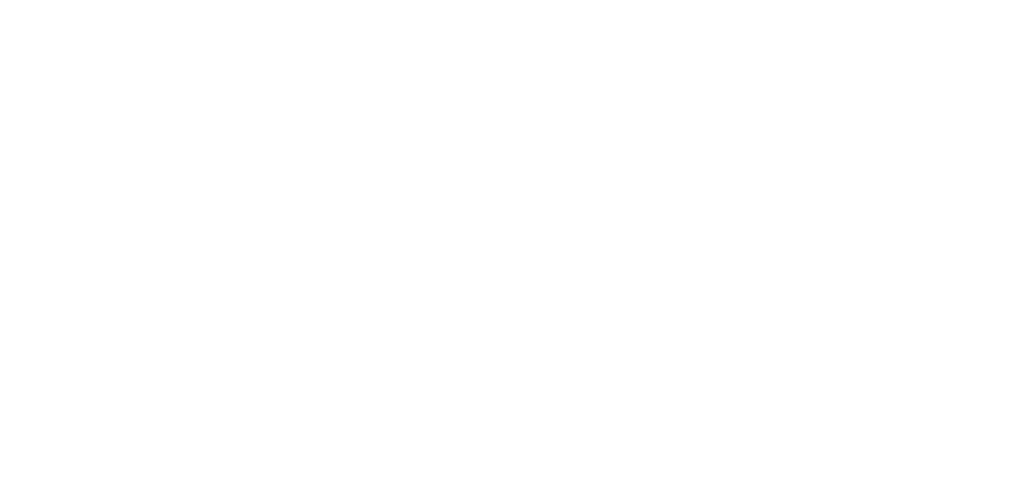
<source format=gto>
G04 #@! TF.FileFunction,Legend,Top*
%FSLAX46Y46*%
G04 Gerber Fmt 4.6, Leading zero omitted, Abs format (unit mm)*
G04 Created by KiCad (PCBNEW 4.0.7) date 06/20/18 00:34:44*
%MOMM*%
%LPD*%
G01*
G04 APERTURE LIST*
%ADD10C,0.100000*%
%ADD11C,0.125000*%
%ADD12C,2.400000*%
G04 APERTURE END LIST*
D10*
D11*
X86360048Y-70973190D02*
X86360048Y-71377952D01*
X86383857Y-71425571D01*
X86407667Y-71449381D01*
X86455286Y-71473190D01*
X86550524Y-71473190D01*
X86598143Y-71449381D01*
X86621952Y-71425571D01*
X86645762Y-71377952D01*
X86645762Y-70973190D01*
X86836239Y-70973190D02*
X87145762Y-70973190D01*
X86979096Y-71163667D01*
X87050524Y-71163667D01*
X87098143Y-71187476D01*
X87121953Y-71211286D01*
X87145762Y-71258905D01*
X87145762Y-71377952D01*
X87121953Y-71425571D01*
X87098143Y-71449381D01*
X87050524Y-71473190D01*
X86907667Y-71473190D01*
X86860048Y-71449381D01*
X86836239Y-71425571D01*
X86360048Y-90023190D02*
X86360048Y-90427952D01*
X86383857Y-90475571D01*
X86407667Y-90499381D01*
X86455286Y-90523190D01*
X86550524Y-90523190D01*
X86598143Y-90499381D01*
X86621952Y-90475571D01*
X86645762Y-90427952D01*
X86645762Y-90023190D01*
X87098143Y-90189857D02*
X87098143Y-90523190D01*
X86979096Y-89999381D02*
X86860048Y-90356524D01*
X87169572Y-90356524D01*
X143510048Y-66528190D02*
X143510048Y-66932952D01*
X143533857Y-66980571D01*
X143557667Y-67004381D01*
X143605286Y-67028190D01*
X143700524Y-67028190D01*
X143748143Y-67004381D01*
X143771952Y-66980571D01*
X143795762Y-66932952D01*
X143795762Y-66528190D01*
X144271953Y-66528190D02*
X144033858Y-66528190D01*
X144010048Y-66766286D01*
X144033858Y-66742476D01*
X144081477Y-66718667D01*
X144200524Y-66718667D01*
X144248143Y-66742476D01*
X144271953Y-66766286D01*
X144295762Y-66813905D01*
X144295762Y-66932952D01*
X144271953Y-66980571D01*
X144248143Y-67004381D01*
X144200524Y-67028190D01*
X144081477Y-67028190D01*
X144033858Y-67004381D01*
X144010048Y-66980571D01*
X182626048Y-79355190D02*
X182626048Y-79759952D01*
X182649857Y-79807571D01*
X182673667Y-79831381D01*
X182721286Y-79855190D01*
X182816524Y-79855190D01*
X182864143Y-79831381D01*
X182887952Y-79807571D01*
X182911762Y-79759952D01*
X182911762Y-79355190D01*
X183364143Y-79355190D02*
X183268905Y-79355190D01*
X183221286Y-79379000D01*
X183197477Y-79402810D01*
X183149858Y-79474238D01*
X183126048Y-79569476D01*
X183126048Y-79759952D01*
X183149858Y-79807571D01*
X183173667Y-79831381D01*
X183221286Y-79855190D01*
X183316524Y-79855190D01*
X183364143Y-79831381D01*
X183387953Y-79807571D01*
X183411762Y-79759952D01*
X183411762Y-79640905D01*
X183387953Y-79593286D01*
X183364143Y-79569476D01*
X183316524Y-79545667D01*
X183221286Y-79545667D01*
X183173667Y-79569476D01*
X183149858Y-79593286D01*
X183126048Y-79640905D01*
X182753048Y-111486190D02*
X182753048Y-111890952D01*
X182776857Y-111938571D01*
X182800667Y-111962381D01*
X182848286Y-111986190D01*
X182943524Y-111986190D01*
X182991143Y-111962381D01*
X183014952Y-111938571D01*
X183038762Y-111890952D01*
X183038762Y-111486190D01*
X183229239Y-111486190D02*
X183562572Y-111486190D01*
X183348286Y-111986190D01*
%LPC*%
D12*
X86741000Y-71247000D03*
X86741000Y-90297000D03*
X143891000Y-66802000D03*
X183007000Y-79629000D03*
X183134000Y-111760000D03*
M02*

</source>
